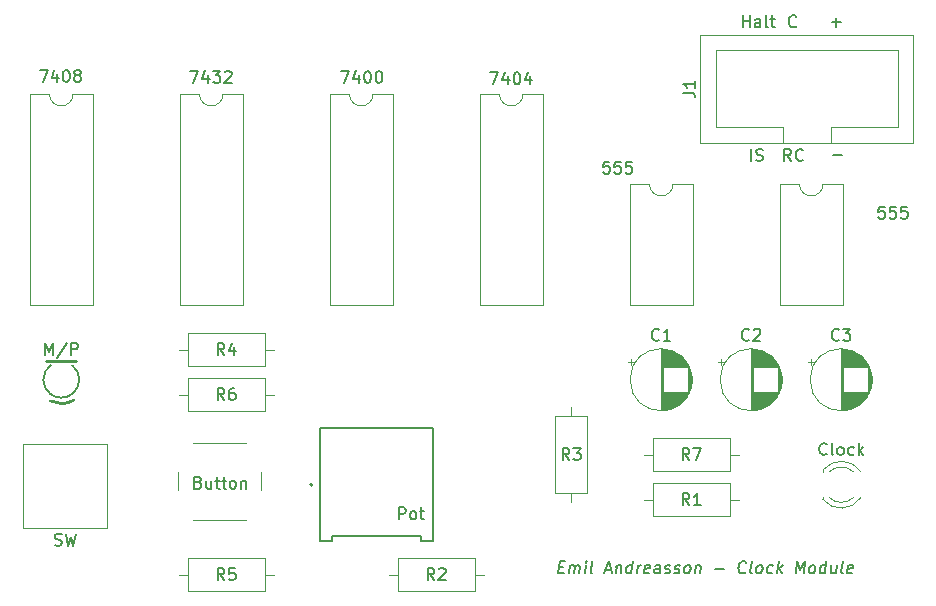
<source format=gto>
G04 #@! TF.GenerationSoftware,KiCad,Pcbnew,(5.1.10)-1*
G04 #@! TF.CreationDate,2023-01-28T17:33:24+01:00*
G04 #@! TF.ProjectId,8-bit-computer_clock_pcb,382d6269-742d-4636-9f6d-70757465725f,rev?*
G04 #@! TF.SameCoordinates,Original*
G04 #@! TF.FileFunction,Legend,Top*
G04 #@! TF.FilePolarity,Positive*
%FSLAX46Y46*%
G04 Gerber Fmt 4.6, Leading zero omitted, Abs format (unit mm)*
G04 Created by KiCad (PCBNEW (5.1.10)-1) date 2023-01-28 17:33:24*
%MOMM*%
%LPD*%
G01*
G04 APERTURE LIST*
%ADD10C,0.150000*%
%ADD11C,0.120000*%
%ADD12C,0.254000*%
%ADD13C,0.152400*%
%ADD14C,0.127000*%
%ADD15C,0.200000*%
%ADD16C,1.700000*%
%ADD17O,1.600000X1.600000*%
%ADD18R,1.600000X1.600000*%
%ADD19C,1.600000*%
%ADD20R,1.800000X1.800000*%
%ADD21C,1.800000*%
%ADD22C,1.400000*%
%ADD23R,1.268000X1.268000*%
%ADD24C,1.268000*%
%ADD25C,2.000000*%
%ADD26C,1.524000*%
G04 APERTURE END LIST*
D10*
X178689047Y-81287928D02*
X179450952Y-81287928D01*
X178562047Y-70048428D02*
X179323952Y-70048428D01*
X178943000Y-70429380D02*
X178943000Y-69667476D01*
X175133023Y-81795880D02*
X174799690Y-81319690D01*
X174561595Y-81795880D02*
X174561595Y-80795880D01*
X174942547Y-80795880D01*
X175037785Y-80843500D01*
X175085404Y-80891119D01*
X175133023Y-80986357D01*
X175133023Y-81129214D01*
X175085404Y-81224452D01*
X175037785Y-81272071D01*
X174942547Y-81319690D01*
X174561595Y-81319690D01*
X176133023Y-81700642D02*
X176085404Y-81748261D01*
X175942547Y-81795880D01*
X175847309Y-81795880D01*
X175704452Y-81748261D01*
X175609214Y-81653023D01*
X175561595Y-81557785D01*
X175513976Y-81367309D01*
X175513976Y-81224452D01*
X175561595Y-81033976D01*
X175609214Y-80938738D01*
X175704452Y-80843500D01*
X175847309Y-80795880D01*
X175942547Y-80795880D01*
X176085404Y-80843500D01*
X176133023Y-80891119D01*
X175569523Y-70397642D02*
X175521904Y-70445261D01*
X175379047Y-70492880D01*
X175283809Y-70492880D01*
X175140952Y-70445261D01*
X175045714Y-70350023D01*
X174998095Y-70254785D01*
X174950476Y-70064309D01*
X174950476Y-69921452D01*
X174998095Y-69730976D01*
X175045714Y-69635738D01*
X175140952Y-69540500D01*
X175283809Y-69492880D01*
X175379047Y-69492880D01*
X175521904Y-69540500D01*
X175569523Y-69588119D01*
X171053285Y-70492880D02*
X171053285Y-69492880D01*
X171053285Y-69969071D02*
X171624714Y-69969071D01*
X171624714Y-70492880D02*
X171624714Y-69492880D01*
X172529476Y-70492880D02*
X172529476Y-69969071D01*
X172481857Y-69873833D01*
X172386619Y-69826214D01*
X172196142Y-69826214D01*
X172100904Y-69873833D01*
X172529476Y-70445261D02*
X172434238Y-70492880D01*
X172196142Y-70492880D01*
X172100904Y-70445261D01*
X172053285Y-70350023D01*
X172053285Y-70254785D01*
X172100904Y-70159547D01*
X172196142Y-70111928D01*
X172434238Y-70111928D01*
X172529476Y-70064309D01*
X173148523Y-70492880D02*
X173053285Y-70445261D01*
X173005666Y-70350023D01*
X173005666Y-69492880D01*
X173386619Y-69826214D02*
X173767571Y-69826214D01*
X173529476Y-69492880D02*
X173529476Y-70350023D01*
X173577095Y-70445261D01*
X173672333Y-70492880D01*
X173767571Y-70492880D01*
X171735809Y-81795880D02*
X171735809Y-80795880D01*
X172164380Y-81748261D02*
X172307238Y-81795880D01*
X172545333Y-81795880D01*
X172640571Y-81748261D01*
X172688190Y-81700642D01*
X172735809Y-81605404D01*
X172735809Y-81510166D01*
X172688190Y-81414928D01*
X172640571Y-81367309D01*
X172545333Y-81319690D01*
X172354857Y-81272071D01*
X172259619Y-81224452D01*
X172212000Y-81176833D01*
X172164380Y-81081595D01*
X172164380Y-80986357D01*
X172212000Y-80891119D01*
X172259619Y-80843500D01*
X172354857Y-80795880D01*
X172592952Y-80795880D01*
X172735809Y-80843500D01*
X155494419Y-116197071D02*
X155827752Y-116197071D01*
X155905133Y-116720880D02*
X155428943Y-116720880D01*
X155553943Y-115720880D01*
X156030133Y-115720880D01*
X156333705Y-116720880D02*
X156417038Y-116054214D01*
X156405133Y-116149452D02*
X156458705Y-116101833D01*
X156559895Y-116054214D01*
X156702752Y-116054214D01*
X156792038Y-116101833D01*
X156827752Y-116197071D01*
X156762276Y-116720880D01*
X156827752Y-116197071D02*
X156887276Y-116101833D01*
X156988467Y-116054214D01*
X157131324Y-116054214D01*
X157220610Y-116101833D01*
X157256324Y-116197071D01*
X157190848Y-116720880D01*
X157667038Y-116720880D02*
X157750372Y-116054214D01*
X157792038Y-115720880D02*
X157738467Y-115768500D01*
X157780133Y-115816119D01*
X157833705Y-115768500D01*
X157792038Y-115720880D01*
X157780133Y-115816119D01*
X158286086Y-116720880D02*
X158196800Y-116673261D01*
X158161086Y-116578023D01*
X158268229Y-115720880D01*
X159417038Y-116435166D02*
X159893229Y-116435166D01*
X159286086Y-116720880D02*
X159744419Y-115720880D01*
X159952752Y-116720880D01*
X160369419Y-116054214D02*
X160286086Y-116720880D01*
X160357514Y-116149452D02*
X160411086Y-116101833D01*
X160512276Y-116054214D01*
X160655133Y-116054214D01*
X160744419Y-116101833D01*
X160780133Y-116197071D01*
X160714657Y-116720880D01*
X161619419Y-116720880D02*
X161744419Y-115720880D01*
X161625372Y-116673261D02*
X161524181Y-116720880D01*
X161333705Y-116720880D01*
X161244419Y-116673261D01*
X161202752Y-116625642D01*
X161167038Y-116530404D01*
X161202752Y-116244690D01*
X161262276Y-116149452D01*
X161315848Y-116101833D01*
X161417038Y-116054214D01*
X161607514Y-116054214D01*
X161696800Y-116101833D01*
X162095610Y-116720880D02*
X162178943Y-116054214D01*
X162155133Y-116244690D02*
X162214657Y-116149452D01*
X162268229Y-116101833D01*
X162369419Y-116054214D01*
X162464657Y-116054214D01*
X163101562Y-116673261D02*
X163000372Y-116720880D01*
X162809895Y-116720880D01*
X162720610Y-116673261D01*
X162684895Y-116578023D01*
X162732514Y-116197071D01*
X162792038Y-116101833D01*
X162893229Y-116054214D01*
X163083705Y-116054214D01*
X163172991Y-116101833D01*
X163208705Y-116197071D01*
X163196800Y-116292309D01*
X162708705Y-116387547D01*
X164000372Y-116720880D02*
X164065848Y-116197071D01*
X164030133Y-116101833D01*
X163940848Y-116054214D01*
X163750372Y-116054214D01*
X163649181Y-116101833D01*
X164006324Y-116673261D02*
X163905133Y-116720880D01*
X163667038Y-116720880D01*
X163577752Y-116673261D01*
X163542038Y-116578023D01*
X163553943Y-116482785D01*
X163613467Y-116387547D01*
X163714657Y-116339928D01*
X163952752Y-116339928D01*
X164053943Y-116292309D01*
X164434895Y-116673261D02*
X164524181Y-116720880D01*
X164714657Y-116720880D01*
X164815848Y-116673261D01*
X164875372Y-116578023D01*
X164881324Y-116530404D01*
X164845610Y-116435166D01*
X164756324Y-116387547D01*
X164613467Y-116387547D01*
X164524181Y-116339928D01*
X164488467Y-116244690D01*
X164494419Y-116197071D01*
X164553943Y-116101833D01*
X164655133Y-116054214D01*
X164797991Y-116054214D01*
X164887276Y-116101833D01*
X165244419Y-116673261D02*
X165333705Y-116720880D01*
X165524181Y-116720880D01*
X165625372Y-116673261D01*
X165684895Y-116578023D01*
X165690848Y-116530404D01*
X165655133Y-116435166D01*
X165565848Y-116387547D01*
X165422991Y-116387547D01*
X165333705Y-116339928D01*
X165297991Y-116244690D01*
X165303943Y-116197071D01*
X165363467Y-116101833D01*
X165464657Y-116054214D01*
X165607514Y-116054214D01*
X165696800Y-116101833D01*
X166238467Y-116720880D02*
X166149181Y-116673261D01*
X166107514Y-116625642D01*
X166071800Y-116530404D01*
X166107514Y-116244690D01*
X166167038Y-116149452D01*
X166220610Y-116101833D01*
X166321800Y-116054214D01*
X166464657Y-116054214D01*
X166553943Y-116101833D01*
X166595610Y-116149452D01*
X166631324Y-116244690D01*
X166595610Y-116530404D01*
X166536086Y-116625642D01*
X166482514Y-116673261D01*
X166381324Y-116720880D01*
X166238467Y-116720880D01*
X167083705Y-116054214D02*
X167000372Y-116720880D01*
X167071800Y-116149452D02*
X167125372Y-116101833D01*
X167226562Y-116054214D01*
X167369419Y-116054214D01*
X167458705Y-116101833D01*
X167494419Y-116197071D01*
X167428943Y-116720880D01*
X168714657Y-116339928D02*
X169476562Y-116339928D01*
X171250372Y-116625642D02*
X171196800Y-116673261D01*
X171047991Y-116720880D01*
X170952752Y-116720880D01*
X170815848Y-116673261D01*
X170732514Y-116578023D01*
X170696800Y-116482785D01*
X170672991Y-116292309D01*
X170690848Y-116149452D01*
X170762276Y-115958976D01*
X170821800Y-115863738D01*
X170928943Y-115768500D01*
X171077752Y-115720880D01*
X171172991Y-115720880D01*
X171309895Y-115768500D01*
X171351562Y-115816119D01*
X171809895Y-116720880D02*
X171720610Y-116673261D01*
X171684895Y-116578023D01*
X171792038Y-115720880D01*
X172333705Y-116720880D02*
X172244419Y-116673261D01*
X172202752Y-116625642D01*
X172167038Y-116530404D01*
X172202752Y-116244690D01*
X172262276Y-116149452D01*
X172315848Y-116101833D01*
X172417038Y-116054214D01*
X172559895Y-116054214D01*
X172649181Y-116101833D01*
X172690848Y-116149452D01*
X172726562Y-116244690D01*
X172690848Y-116530404D01*
X172631324Y-116625642D01*
X172577752Y-116673261D01*
X172476562Y-116720880D01*
X172333705Y-116720880D01*
X173530133Y-116673261D02*
X173428943Y-116720880D01*
X173238467Y-116720880D01*
X173149181Y-116673261D01*
X173107514Y-116625642D01*
X173071800Y-116530404D01*
X173107514Y-116244690D01*
X173167038Y-116149452D01*
X173220610Y-116101833D01*
X173321800Y-116054214D01*
X173512276Y-116054214D01*
X173601562Y-116101833D01*
X173952752Y-116720880D02*
X174077752Y-115720880D01*
X174095610Y-116339928D02*
X174333705Y-116720880D01*
X174417038Y-116054214D02*
X173988467Y-116435166D01*
X175524181Y-116720880D02*
X175649181Y-115720880D01*
X175893229Y-116435166D01*
X176315848Y-115720880D01*
X176190848Y-116720880D01*
X176809895Y-116720880D02*
X176720610Y-116673261D01*
X176678943Y-116625642D01*
X176643229Y-116530404D01*
X176678943Y-116244690D01*
X176738467Y-116149452D01*
X176792038Y-116101833D01*
X176893229Y-116054214D01*
X177036086Y-116054214D01*
X177125372Y-116101833D01*
X177167038Y-116149452D01*
X177202752Y-116244690D01*
X177167038Y-116530404D01*
X177107514Y-116625642D01*
X177053943Y-116673261D01*
X176952752Y-116720880D01*
X176809895Y-116720880D01*
X178000372Y-116720880D02*
X178125372Y-115720880D01*
X178006324Y-116673261D02*
X177905133Y-116720880D01*
X177714657Y-116720880D01*
X177625372Y-116673261D01*
X177583705Y-116625642D01*
X177547991Y-116530404D01*
X177583705Y-116244690D01*
X177643229Y-116149452D01*
X177696800Y-116101833D01*
X177797991Y-116054214D01*
X177988467Y-116054214D01*
X178077752Y-116101833D01*
X178988467Y-116054214D02*
X178905133Y-116720880D01*
X178559895Y-116054214D02*
X178494419Y-116578023D01*
X178530133Y-116673261D01*
X178619419Y-116720880D01*
X178762276Y-116720880D01*
X178863467Y-116673261D01*
X178917038Y-116625642D01*
X179524181Y-116720880D02*
X179434895Y-116673261D01*
X179399181Y-116578023D01*
X179506324Y-115720880D01*
X180292038Y-116673261D02*
X180190848Y-116720880D01*
X180000372Y-116720880D01*
X179911086Y-116673261D01*
X179875372Y-116578023D01*
X179922991Y-116197071D01*
X179982514Y-116101833D01*
X180083705Y-116054214D01*
X180274181Y-116054214D01*
X180363467Y-116101833D01*
X180399181Y-116197071D01*
X180387276Y-116292309D01*
X179899181Y-116387547D01*
D11*
X178516500Y-78942000D02*
X178516500Y-80252000D01*
X178516500Y-78942000D02*
X178516500Y-78942000D01*
X184186500Y-78942000D02*
X178516500Y-78942000D01*
X184186500Y-72442000D02*
X184186500Y-78942000D01*
X168746500Y-72442000D02*
X184186500Y-72442000D01*
X168746500Y-78942000D02*
X168746500Y-72442000D01*
X174416500Y-78942000D02*
X168746500Y-78942000D01*
X174416500Y-80252000D02*
X174416500Y-78942000D01*
X185486500Y-80252000D02*
X167446500Y-80252000D01*
X185486500Y-71132000D02*
X185486500Y-80252000D01*
X167446500Y-71132000D02*
X185486500Y-71132000D01*
X167446500Y-80252000D02*
X167446500Y-71132000D01*
X179497500Y-83760000D02*
X177847500Y-83760000D01*
X179497500Y-94040000D02*
X179497500Y-83760000D01*
X174197500Y-94040000D02*
X179497500Y-94040000D01*
X174197500Y-83760000D02*
X174197500Y-94040000D01*
X175847500Y-83760000D02*
X174197500Y-83760000D01*
X177847500Y-83760000D02*
G75*
G02*
X175847500Y-83760000I-1000000J0D01*
G01*
X161572725Y-98605000D02*
X161572725Y-99105000D01*
X161322725Y-98855000D02*
X161822725Y-98855000D01*
X166728500Y-100046000D02*
X166728500Y-100614000D01*
X166688500Y-99812000D02*
X166688500Y-100848000D01*
X166648500Y-99653000D02*
X166648500Y-101007000D01*
X166608500Y-99525000D02*
X166608500Y-101135000D01*
X166568500Y-99415000D02*
X166568500Y-101245000D01*
X166528500Y-99319000D02*
X166528500Y-101341000D01*
X166488500Y-99232000D02*
X166488500Y-101428000D01*
X166448500Y-99152000D02*
X166448500Y-101508000D01*
X166408500Y-101370000D02*
X166408500Y-101581000D01*
X166408500Y-99079000D02*
X166408500Y-99290000D01*
X166368500Y-101370000D02*
X166368500Y-101649000D01*
X166368500Y-99011000D02*
X166368500Y-99290000D01*
X166328500Y-101370000D02*
X166328500Y-101713000D01*
X166328500Y-98947000D02*
X166328500Y-99290000D01*
X166288500Y-101370000D02*
X166288500Y-101773000D01*
X166288500Y-98887000D02*
X166288500Y-99290000D01*
X166248500Y-101370000D02*
X166248500Y-101830000D01*
X166248500Y-98830000D02*
X166248500Y-99290000D01*
X166208500Y-101370000D02*
X166208500Y-101884000D01*
X166208500Y-98776000D02*
X166208500Y-99290000D01*
X166168500Y-101370000D02*
X166168500Y-101935000D01*
X166168500Y-98725000D02*
X166168500Y-99290000D01*
X166128500Y-101370000D02*
X166128500Y-101983000D01*
X166128500Y-98677000D02*
X166128500Y-99290000D01*
X166088500Y-101370000D02*
X166088500Y-102029000D01*
X166088500Y-98631000D02*
X166088500Y-99290000D01*
X166048500Y-101370000D02*
X166048500Y-102073000D01*
X166048500Y-98587000D02*
X166048500Y-99290000D01*
X166008500Y-101370000D02*
X166008500Y-102115000D01*
X166008500Y-98545000D02*
X166008500Y-99290000D01*
X165968500Y-101370000D02*
X165968500Y-102156000D01*
X165968500Y-98504000D02*
X165968500Y-99290000D01*
X165928500Y-101370000D02*
X165928500Y-102194000D01*
X165928500Y-98466000D02*
X165928500Y-99290000D01*
X165888500Y-101370000D02*
X165888500Y-102231000D01*
X165888500Y-98429000D02*
X165888500Y-99290000D01*
X165848500Y-101370000D02*
X165848500Y-102267000D01*
X165848500Y-98393000D02*
X165848500Y-99290000D01*
X165808500Y-101370000D02*
X165808500Y-102301000D01*
X165808500Y-98359000D02*
X165808500Y-99290000D01*
X165768500Y-101370000D02*
X165768500Y-102334000D01*
X165768500Y-98326000D02*
X165768500Y-99290000D01*
X165728500Y-101370000D02*
X165728500Y-102365000D01*
X165728500Y-98295000D02*
X165728500Y-99290000D01*
X165688500Y-101370000D02*
X165688500Y-102395000D01*
X165688500Y-98265000D02*
X165688500Y-99290000D01*
X165648500Y-101370000D02*
X165648500Y-102425000D01*
X165648500Y-98235000D02*
X165648500Y-99290000D01*
X165608500Y-101370000D02*
X165608500Y-102452000D01*
X165608500Y-98208000D02*
X165608500Y-99290000D01*
X165568500Y-101370000D02*
X165568500Y-102479000D01*
X165568500Y-98181000D02*
X165568500Y-99290000D01*
X165528500Y-101370000D02*
X165528500Y-102505000D01*
X165528500Y-98155000D02*
X165528500Y-99290000D01*
X165488500Y-101370000D02*
X165488500Y-102530000D01*
X165488500Y-98130000D02*
X165488500Y-99290000D01*
X165448500Y-101370000D02*
X165448500Y-102554000D01*
X165448500Y-98106000D02*
X165448500Y-99290000D01*
X165408500Y-101370000D02*
X165408500Y-102577000D01*
X165408500Y-98083000D02*
X165408500Y-99290000D01*
X165368500Y-101370000D02*
X165368500Y-102598000D01*
X165368500Y-98062000D02*
X165368500Y-99290000D01*
X165328500Y-101370000D02*
X165328500Y-102620000D01*
X165328500Y-98040000D02*
X165328500Y-99290000D01*
X165288500Y-101370000D02*
X165288500Y-102640000D01*
X165288500Y-98020000D02*
X165288500Y-99290000D01*
X165248500Y-101370000D02*
X165248500Y-102659000D01*
X165248500Y-98001000D02*
X165248500Y-99290000D01*
X165208500Y-101370000D02*
X165208500Y-102678000D01*
X165208500Y-97982000D02*
X165208500Y-99290000D01*
X165168500Y-101370000D02*
X165168500Y-102695000D01*
X165168500Y-97965000D02*
X165168500Y-99290000D01*
X165128500Y-101370000D02*
X165128500Y-102712000D01*
X165128500Y-97948000D02*
X165128500Y-99290000D01*
X165088500Y-101370000D02*
X165088500Y-102728000D01*
X165088500Y-97932000D02*
X165088500Y-99290000D01*
X165048500Y-101370000D02*
X165048500Y-102744000D01*
X165048500Y-97916000D02*
X165048500Y-99290000D01*
X165008500Y-101370000D02*
X165008500Y-102758000D01*
X165008500Y-97902000D02*
X165008500Y-99290000D01*
X164968500Y-101370000D02*
X164968500Y-102772000D01*
X164968500Y-97888000D02*
X164968500Y-99290000D01*
X164928500Y-101370000D02*
X164928500Y-102785000D01*
X164928500Y-97875000D02*
X164928500Y-99290000D01*
X164888500Y-101370000D02*
X164888500Y-102798000D01*
X164888500Y-97862000D02*
X164888500Y-99290000D01*
X164848500Y-101370000D02*
X164848500Y-102810000D01*
X164848500Y-97850000D02*
X164848500Y-99290000D01*
X164807500Y-101370000D02*
X164807500Y-102821000D01*
X164807500Y-97839000D02*
X164807500Y-99290000D01*
X164767500Y-101370000D02*
X164767500Y-102831000D01*
X164767500Y-97829000D02*
X164767500Y-99290000D01*
X164727500Y-101370000D02*
X164727500Y-102841000D01*
X164727500Y-97819000D02*
X164727500Y-99290000D01*
X164687500Y-101370000D02*
X164687500Y-102850000D01*
X164687500Y-97810000D02*
X164687500Y-99290000D01*
X164647500Y-101370000D02*
X164647500Y-102858000D01*
X164647500Y-97802000D02*
X164647500Y-99290000D01*
X164607500Y-101370000D02*
X164607500Y-102866000D01*
X164607500Y-97794000D02*
X164607500Y-99290000D01*
X164567500Y-101370000D02*
X164567500Y-102873000D01*
X164567500Y-97787000D02*
X164567500Y-99290000D01*
X164527500Y-101370000D02*
X164527500Y-102880000D01*
X164527500Y-97780000D02*
X164527500Y-99290000D01*
X164487500Y-101370000D02*
X164487500Y-102886000D01*
X164487500Y-97774000D02*
X164487500Y-99290000D01*
X164447500Y-101370000D02*
X164447500Y-102891000D01*
X164447500Y-97769000D02*
X164447500Y-99290000D01*
X164407500Y-101370000D02*
X164407500Y-102895000D01*
X164407500Y-97765000D02*
X164407500Y-99290000D01*
X164367500Y-101370000D02*
X164367500Y-102899000D01*
X164367500Y-97761000D02*
X164367500Y-99290000D01*
X164327500Y-97757000D02*
X164327500Y-102903000D01*
X164287500Y-97754000D02*
X164287500Y-102906000D01*
X164247500Y-97752000D02*
X164247500Y-102908000D01*
X164207500Y-97751000D02*
X164207500Y-102909000D01*
X164167500Y-97750000D02*
X164167500Y-102910000D01*
X164127500Y-97750000D02*
X164127500Y-102910000D01*
X166747500Y-100330000D02*
G75*
G03*
X166747500Y-100330000I-2620000J0D01*
G01*
X174367500Y-100330000D02*
G75*
G03*
X174367500Y-100330000I-2620000J0D01*
G01*
X171747500Y-97750000D02*
X171747500Y-102910000D01*
X171787500Y-97750000D02*
X171787500Y-102910000D01*
X171827500Y-97751000D02*
X171827500Y-102909000D01*
X171867500Y-97752000D02*
X171867500Y-102908000D01*
X171907500Y-97754000D02*
X171907500Y-102906000D01*
X171947500Y-97757000D02*
X171947500Y-102903000D01*
X171987500Y-97761000D02*
X171987500Y-99290000D01*
X171987500Y-101370000D02*
X171987500Y-102899000D01*
X172027500Y-97765000D02*
X172027500Y-99290000D01*
X172027500Y-101370000D02*
X172027500Y-102895000D01*
X172067500Y-97769000D02*
X172067500Y-99290000D01*
X172067500Y-101370000D02*
X172067500Y-102891000D01*
X172107500Y-97774000D02*
X172107500Y-99290000D01*
X172107500Y-101370000D02*
X172107500Y-102886000D01*
X172147500Y-97780000D02*
X172147500Y-99290000D01*
X172147500Y-101370000D02*
X172147500Y-102880000D01*
X172187500Y-97787000D02*
X172187500Y-99290000D01*
X172187500Y-101370000D02*
X172187500Y-102873000D01*
X172227500Y-97794000D02*
X172227500Y-99290000D01*
X172227500Y-101370000D02*
X172227500Y-102866000D01*
X172267500Y-97802000D02*
X172267500Y-99290000D01*
X172267500Y-101370000D02*
X172267500Y-102858000D01*
X172307500Y-97810000D02*
X172307500Y-99290000D01*
X172307500Y-101370000D02*
X172307500Y-102850000D01*
X172347500Y-97819000D02*
X172347500Y-99290000D01*
X172347500Y-101370000D02*
X172347500Y-102841000D01*
X172387500Y-97829000D02*
X172387500Y-99290000D01*
X172387500Y-101370000D02*
X172387500Y-102831000D01*
X172427500Y-97839000D02*
X172427500Y-99290000D01*
X172427500Y-101370000D02*
X172427500Y-102821000D01*
X172468500Y-97850000D02*
X172468500Y-99290000D01*
X172468500Y-101370000D02*
X172468500Y-102810000D01*
X172508500Y-97862000D02*
X172508500Y-99290000D01*
X172508500Y-101370000D02*
X172508500Y-102798000D01*
X172548500Y-97875000D02*
X172548500Y-99290000D01*
X172548500Y-101370000D02*
X172548500Y-102785000D01*
X172588500Y-97888000D02*
X172588500Y-99290000D01*
X172588500Y-101370000D02*
X172588500Y-102772000D01*
X172628500Y-97902000D02*
X172628500Y-99290000D01*
X172628500Y-101370000D02*
X172628500Y-102758000D01*
X172668500Y-97916000D02*
X172668500Y-99290000D01*
X172668500Y-101370000D02*
X172668500Y-102744000D01*
X172708500Y-97932000D02*
X172708500Y-99290000D01*
X172708500Y-101370000D02*
X172708500Y-102728000D01*
X172748500Y-97948000D02*
X172748500Y-99290000D01*
X172748500Y-101370000D02*
X172748500Y-102712000D01*
X172788500Y-97965000D02*
X172788500Y-99290000D01*
X172788500Y-101370000D02*
X172788500Y-102695000D01*
X172828500Y-97982000D02*
X172828500Y-99290000D01*
X172828500Y-101370000D02*
X172828500Y-102678000D01*
X172868500Y-98001000D02*
X172868500Y-99290000D01*
X172868500Y-101370000D02*
X172868500Y-102659000D01*
X172908500Y-98020000D02*
X172908500Y-99290000D01*
X172908500Y-101370000D02*
X172908500Y-102640000D01*
X172948500Y-98040000D02*
X172948500Y-99290000D01*
X172948500Y-101370000D02*
X172948500Y-102620000D01*
X172988500Y-98062000D02*
X172988500Y-99290000D01*
X172988500Y-101370000D02*
X172988500Y-102598000D01*
X173028500Y-98083000D02*
X173028500Y-99290000D01*
X173028500Y-101370000D02*
X173028500Y-102577000D01*
X173068500Y-98106000D02*
X173068500Y-99290000D01*
X173068500Y-101370000D02*
X173068500Y-102554000D01*
X173108500Y-98130000D02*
X173108500Y-99290000D01*
X173108500Y-101370000D02*
X173108500Y-102530000D01*
X173148500Y-98155000D02*
X173148500Y-99290000D01*
X173148500Y-101370000D02*
X173148500Y-102505000D01*
X173188500Y-98181000D02*
X173188500Y-99290000D01*
X173188500Y-101370000D02*
X173188500Y-102479000D01*
X173228500Y-98208000D02*
X173228500Y-99290000D01*
X173228500Y-101370000D02*
X173228500Y-102452000D01*
X173268500Y-98235000D02*
X173268500Y-99290000D01*
X173268500Y-101370000D02*
X173268500Y-102425000D01*
X173308500Y-98265000D02*
X173308500Y-99290000D01*
X173308500Y-101370000D02*
X173308500Y-102395000D01*
X173348500Y-98295000D02*
X173348500Y-99290000D01*
X173348500Y-101370000D02*
X173348500Y-102365000D01*
X173388500Y-98326000D02*
X173388500Y-99290000D01*
X173388500Y-101370000D02*
X173388500Y-102334000D01*
X173428500Y-98359000D02*
X173428500Y-99290000D01*
X173428500Y-101370000D02*
X173428500Y-102301000D01*
X173468500Y-98393000D02*
X173468500Y-99290000D01*
X173468500Y-101370000D02*
X173468500Y-102267000D01*
X173508500Y-98429000D02*
X173508500Y-99290000D01*
X173508500Y-101370000D02*
X173508500Y-102231000D01*
X173548500Y-98466000D02*
X173548500Y-99290000D01*
X173548500Y-101370000D02*
X173548500Y-102194000D01*
X173588500Y-98504000D02*
X173588500Y-99290000D01*
X173588500Y-101370000D02*
X173588500Y-102156000D01*
X173628500Y-98545000D02*
X173628500Y-99290000D01*
X173628500Y-101370000D02*
X173628500Y-102115000D01*
X173668500Y-98587000D02*
X173668500Y-99290000D01*
X173668500Y-101370000D02*
X173668500Y-102073000D01*
X173708500Y-98631000D02*
X173708500Y-99290000D01*
X173708500Y-101370000D02*
X173708500Y-102029000D01*
X173748500Y-98677000D02*
X173748500Y-99290000D01*
X173748500Y-101370000D02*
X173748500Y-101983000D01*
X173788500Y-98725000D02*
X173788500Y-99290000D01*
X173788500Y-101370000D02*
X173788500Y-101935000D01*
X173828500Y-98776000D02*
X173828500Y-99290000D01*
X173828500Y-101370000D02*
X173828500Y-101884000D01*
X173868500Y-98830000D02*
X173868500Y-99290000D01*
X173868500Y-101370000D02*
X173868500Y-101830000D01*
X173908500Y-98887000D02*
X173908500Y-99290000D01*
X173908500Y-101370000D02*
X173908500Y-101773000D01*
X173948500Y-98947000D02*
X173948500Y-99290000D01*
X173948500Y-101370000D02*
X173948500Y-101713000D01*
X173988500Y-99011000D02*
X173988500Y-99290000D01*
X173988500Y-101370000D02*
X173988500Y-101649000D01*
X174028500Y-99079000D02*
X174028500Y-99290000D01*
X174028500Y-101370000D02*
X174028500Y-101581000D01*
X174068500Y-99152000D02*
X174068500Y-101508000D01*
X174108500Y-99232000D02*
X174108500Y-101428000D01*
X174148500Y-99319000D02*
X174148500Y-101341000D01*
X174188500Y-99415000D02*
X174188500Y-101245000D01*
X174228500Y-99525000D02*
X174228500Y-101135000D01*
X174268500Y-99653000D02*
X174268500Y-101007000D01*
X174308500Y-99812000D02*
X174308500Y-100848000D01*
X174348500Y-100046000D02*
X174348500Y-100614000D01*
X168942725Y-98855000D02*
X169442725Y-98855000D01*
X169192725Y-98605000D02*
X169192725Y-99105000D01*
X181987500Y-100330000D02*
G75*
G03*
X181987500Y-100330000I-2620000J0D01*
G01*
X179367500Y-97750000D02*
X179367500Y-102910000D01*
X179407500Y-97750000D02*
X179407500Y-102910000D01*
X179447500Y-97751000D02*
X179447500Y-102909000D01*
X179487500Y-97752000D02*
X179487500Y-102908000D01*
X179527500Y-97754000D02*
X179527500Y-102906000D01*
X179567500Y-97757000D02*
X179567500Y-102903000D01*
X179607500Y-97761000D02*
X179607500Y-99290000D01*
X179607500Y-101370000D02*
X179607500Y-102899000D01*
X179647500Y-97765000D02*
X179647500Y-99290000D01*
X179647500Y-101370000D02*
X179647500Y-102895000D01*
X179687500Y-97769000D02*
X179687500Y-99290000D01*
X179687500Y-101370000D02*
X179687500Y-102891000D01*
X179727500Y-97774000D02*
X179727500Y-99290000D01*
X179727500Y-101370000D02*
X179727500Y-102886000D01*
X179767500Y-97780000D02*
X179767500Y-99290000D01*
X179767500Y-101370000D02*
X179767500Y-102880000D01*
X179807500Y-97787000D02*
X179807500Y-99290000D01*
X179807500Y-101370000D02*
X179807500Y-102873000D01*
X179847500Y-97794000D02*
X179847500Y-99290000D01*
X179847500Y-101370000D02*
X179847500Y-102866000D01*
X179887500Y-97802000D02*
X179887500Y-99290000D01*
X179887500Y-101370000D02*
X179887500Y-102858000D01*
X179927500Y-97810000D02*
X179927500Y-99290000D01*
X179927500Y-101370000D02*
X179927500Y-102850000D01*
X179967500Y-97819000D02*
X179967500Y-99290000D01*
X179967500Y-101370000D02*
X179967500Y-102841000D01*
X180007500Y-97829000D02*
X180007500Y-99290000D01*
X180007500Y-101370000D02*
X180007500Y-102831000D01*
X180047500Y-97839000D02*
X180047500Y-99290000D01*
X180047500Y-101370000D02*
X180047500Y-102821000D01*
X180088500Y-97850000D02*
X180088500Y-99290000D01*
X180088500Y-101370000D02*
X180088500Y-102810000D01*
X180128500Y-97862000D02*
X180128500Y-99290000D01*
X180128500Y-101370000D02*
X180128500Y-102798000D01*
X180168500Y-97875000D02*
X180168500Y-99290000D01*
X180168500Y-101370000D02*
X180168500Y-102785000D01*
X180208500Y-97888000D02*
X180208500Y-99290000D01*
X180208500Y-101370000D02*
X180208500Y-102772000D01*
X180248500Y-97902000D02*
X180248500Y-99290000D01*
X180248500Y-101370000D02*
X180248500Y-102758000D01*
X180288500Y-97916000D02*
X180288500Y-99290000D01*
X180288500Y-101370000D02*
X180288500Y-102744000D01*
X180328500Y-97932000D02*
X180328500Y-99290000D01*
X180328500Y-101370000D02*
X180328500Y-102728000D01*
X180368500Y-97948000D02*
X180368500Y-99290000D01*
X180368500Y-101370000D02*
X180368500Y-102712000D01*
X180408500Y-97965000D02*
X180408500Y-99290000D01*
X180408500Y-101370000D02*
X180408500Y-102695000D01*
X180448500Y-97982000D02*
X180448500Y-99290000D01*
X180448500Y-101370000D02*
X180448500Y-102678000D01*
X180488500Y-98001000D02*
X180488500Y-99290000D01*
X180488500Y-101370000D02*
X180488500Y-102659000D01*
X180528500Y-98020000D02*
X180528500Y-99290000D01*
X180528500Y-101370000D02*
X180528500Y-102640000D01*
X180568500Y-98040000D02*
X180568500Y-99290000D01*
X180568500Y-101370000D02*
X180568500Y-102620000D01*
X180608500Y-98062000D02*
X180608500Y-99290000D01*
X180608500Y-101370000D02*
X180608500Y-102598000D01*
X180648500Y-98083000D02*
X180648500Y-99290000D01*
X180648500Y-101370000D02*
X180648500Y-102577000D01*
X180688500Y-98106000D02*
X180688500Y-99290000D01*
X180688500Y-101370000D02*
X180688500Y-102554000D01*
X180728500Y-98130000D02*
X180728500Y-99290000D01*
X180728500Y-101370000D02*
X180728500Y-102530000D01*
X180768500Y-98155000D02*
X180768500Y-99290000D01*
X180768500Y-101370000D02*
X180768500Y-102505000D01*
X180808500Y-98181000D02*
X180808500Y-99290000D01*
X180808500Y-101370000D02*
X180808500Y-102479000D01*
X180848500Y-98208000D02*
X180848500Y-99290000D01*
X180848500Y-101370000D02*
X180848500Y-102452000D01*
X180888500Y-98235000D02*
X180888500Y-99290000D01*
X180888500Y-101370000D02*
X180888500Y-102425000D01*
X180928500Y-98265000D02*
X180928500Y-99290000D01*
X180928500Y-101370000D02*
X180928500Y-102395000D01*
X180968500Y-98295000D02*
X180968500Y-99290000D01*
X180968500Y-101370000D02*
X180968500Y-102365000D01*
X181008500Y-98326000D02*
X181008500Y-99290000D01*
X181008500Y-101370000D02*
X181008500Y-102334000D01*
X181048500Y-98359000D02*
X181048500Y-99290000D01*
X181048500Y-101370000D02*
X181048500Y-102301000D01*
X181088500Y-98393000D02*
X181088500Y-99290000D01*
X181088500Y-101370000D02*
X181088500Y-102267000D01*
X181128500Y-98429000D02*
X181128500Y-99290000D01*
X181128500Y-101370000D02*
X181128500Y-102231000D01*
X181168500Y-98466000D02*
X181168500Y-99290000D01*
X181168500Y-101370000D02*
X181168500Y-102194000D01*
X181208500Y-98504000D02*
X181208500Y-99290000D01*
X181208500Y-101370000D02*
X181208500Y-102156000D01*
X181248500Y-98545000D02*
X181248500Y-99290000D01*
X181248500Y-101370000D02*
X181248500Y-102115000D01*
X181288500Y-98587000D02*
X181288500Y-99290000D01*
X181288500Y-101370000D02*
X181288500Y-102073000D01*
X181328500Y-98631000D02*
X181328500Y-99290000D01*
X181328500Y-101370000D02*
X181328500Y-102029000D01*
X181368500Y-98677000D02*
X181368500Y-99290000D01*
X181368500Y-101370000D02*
X181368500Y-101983000D01*
X181408500Y-98725000D02*
X181408500Y-99290000D01*
X181408500Y-101370000D02*
X181408500Y-101935000D01*
X181448500Y-98776000D02*
X181448500Y-99290000D01*
X181448500Y-101370000D02*
X181448500Y-101884000D01*
X181488500Y-98830000D02*
X181488500Y-99290000D01*
X181488500Y-101370000D02*
X181488500Y-101830000D01*
X181528500Y-98887000D02*
X181528500Y-99290000D01*
X181528500Y-101370000D02*
X181528500Y-101773000D01*
X181568500Y-98947000D02*
X181568500Y-99290000D01*
X181568500Y-101370000D02*
X181568500Y-101713000D01*
X181608500Y-99011000D02*
X181608500Y-99290000D01*
X181608500Y-101370000D02*
X181608500Y-101649000D01*
X181648500Y-99079000D02*
X181648500Y-99290000D01*
X181648500Y-101370000D02*
X181648500Y-101581000D01*
X181688500Y-99152000D02*
X181688500Y-101508000D01*
X181728500Y-99232000D02*
X181728500Y-101428000D01*
X181768500Y-99319000D02*
X181768500Y-101341000D01*
X181808500Y-99415000D02*
X181808500Y-101245000D01*
X181848500Y-99525000D02*
X181848500Y-101135000D01*
X181888500Y-99653000D02*
X181888500Y-101007000D01*
X181928500Y-99812000D02*
X181928500Y-100848000D01*
X181968500Y-100046000D02*
X181968500Y-100614000D01*
X176562725Y-98855000D02*
X177062725Y-98855000D01*
X176812725Y-98605000D02*
X176812725Y-99105000D01*
X177827500Y-107984000D02*
X177827500Y-108140000D01*
X177827500Y-110300000D02*
X177827500Y-110456000D01*
X181059835Y-108141392D02*
G75*
G03*
X177827500Y-107984484I-1672335J-1078608D01*
G01*
X181059835Y-110298608D02*
G75*
G02*
X177827500Y-110455516I-1672335J1078608D01*
G01*
X180428630Y-108140163D02*
G75*
G03*
X178346539Y-108140000I-1041130J-1079837D01*
G01*
X180428630Y-110299837D02*
G75*
G02*
X178346539Y-110300000I-1041130J1079837D01*
G01*
D12*
X114617500Y-98755200D02*
X112077500Y-98755200D01*
D13*
X113347500Y-101854000D02*
G75*
G02*
X112371900Y-101500800I-32J1523901D01*
G01*
X113347500Y-101854000D02*
G75*
G03*
X114360000Y-101469100I139J1523801D01*
G01*
X111823500Y-100330000D02*
G75*
G02*
X112461700Y-99089900I1524001J-35D01*
G01*
X112433100Y-101549200D02*
G75*
G02*
X111823500Y-100330000I914400J1219200D01*
G01*
X114871500Y-100330000D02*
G75*
G03*
X114283100Y-99127000I-1523899J41D01*
G01*
X114283100Y-101533000D02*
G75*
G03*
X114871500Y-100330000I-935499J1202959D01*
G01*
D12*
X113347500Y-102362000D02*
G75*
G02*
X112384100Y-102119100I3J2032000D01*
G01*
X113347500Y-102362000D02*
G75*
G03*
X114412500Y-102060600I111J2031901D01*
G01*
D11*
X169957500Y-108050000D02*
X169957500Y-105310000D01*
X169957500Y-105310000D02*
X163417500Y-105310000D01*
X163417500Y-105310000D02*
X163417500Y-108050000D01*
X163417500Y-108050000D02*
X169957500Y-108050000D01*
X170727500Y-106680000D02*
X169957500Y-106680000D01*
X162647500Y-106680000D02*
X163417500Y-106680000D01*
X141827500Y-115470000D02*
X141827500Y-118210000D01*
X141827500Y-118210000D02*
X148367500Y-118210000D01*
X148367500Y-118210000D02*
X148367500Y-115470000D01*
X148367500Y-115470000D02*
X141827500Y-115470000D01*
X141057500Y-116840000D02*
X141827500Y-116840000D01*
X149137500Y-116840000D02*
X148367500Y-116840000D01*
X155157500Y-109950000D02*
X157897500Y-109950000D01*
X157897500Y-109950000D02*
X157897500Y-103410000D01*
X157897500Y-103410000D02*
X155157500Y-103410000D01*
X155157500Y-103410000D02*
X155157500Y-109950000D01*
X156527500Y-110720000D02*
X156527500Y-109950000D01*
X156527500Y-102640000D02*
X156527500Y-103410000D01*
X124047500Y-96420000D02*
X124047500Y-99160000D01*
X124047500Y-99160000D02*
X130587500Y-99160000D01*
X130587500Y-99160000D02*
X130587500Y-96420000D01*
X130587500Y-96420000D02*
X124047500Y-96420000D01*
X123277500Y-97790000D02*
X124047500Y-97790000D01*
X131357500Y-97790000D02*
X130587500Y-97790000D01*
X131357500Y-116840000D02*
X130587500Y-116840000D01*
X123277500Y-116840000D02*
X124047500Y-116840000D01*
X130587500Y-115470000D02*
X124047500Y-115470000D01*
X130587500Y-118210000D02*
X130587500Y-115470000D01*
X124047500Y-118210000D02*
X130587500Y-118210000D01*
X124047500Y-115470000D02*
X124047500Y-118210000D01*
X123277500Y-101600000D02*
X124047500Y-101600000D01*
X131357500Y-101600000D02*
X130587500Y-101600000D01*
X124047500Y-102970000D02*
X130587500Y-102970000D01*
X124047500Y-100230000D02*
X124047500Y-102970000D01*
X130587500Y-100230000D02*
X124047500Y-100230000D01*
X130587500Y-102970000D02*
X130587500Y-100230000D01*
X170727500Y-110490000D02*
X169957500Y-110490000D01*
X162647500Y-110490000D02*
X163417500Y-110490000D01*
X169957500Y-109120000D02*
X163417500Y-109120000D01*
X169957500Y-111860000D02*
X169957500Y-109120000D01*
X163417500Y-111860000D02*
X169957500Y-111860000D01*
X163417500Y-109120000D02*
X163417500Y-111860000D01*
D14*
X144782500Y-104455000D02*
X144782500Y-113985000D01*
X144782500Y-113985000D02*
X143782500Y-113985000D01*
X143782500Y-113985000D02*
X143782500Y-113605000D01*
X143782500Y-113605000D02*
X136252500Y-113605000D01*
X136252500Y-113605000D02*
X136252500Y-113985000D01*
X136252500Y-113985000D02*
X135252500Y-113985000D01*
X135252500Y-113985000D02*
X135252500Y-104455000D01*
X135252500Y-104455000D02*
X144782500Y-104455000D01*
D15*
X134602500Y-109235000D02*
G75*
G03*
X134602500Y-109235000I-100000J0D01*
G01*
D11*
X124507500Y-112180000D02*
X129007500Y-112180000D01*
X123257500Y-108180000D02*
X123257500Y-109680000D01*
X129007500Y-105680000D02*
X124507500Y-105680000D01*
X130257500Y-109680000D02*
X130257500Y-108180000D01*
X163147500Y-83760000D02*
X161497500Y-83760000D01*
X161497500Y-83760000D02*
X161497500Y-94040000D01*
X161497500Y-94040000D02*
X166797500Y-94040000D01*
X166797500Y-94040000D02*
X166797500Y-83760000D01*
X166797500Y-83760000D02*
X165147500Y-83760000D01*
X165147500Y-83760000D02*
G75*
G02*
X163147500Y-83760000I-1000000J0D01*
G01*
X115997500Y-76140000D02*
X114347500Y-76140000D01*
X115997500Y-94040000D02*
X115997500Y-76140000D01*
X110697500Y-94040000D02*
X115997500Y-94040000D01*
X110697500Y-76140000D02*
X110697500Y-94040000D01*
X112347500Y-76140000D02*
X110697500Y-76140000D01*
X114347500Y-76140000D02*
G75*
G02*
X112347500Y-76140000I-1000000J0D01*
G01*
X128697500Y-76140000D02*
X127047500Y-76140000D01*
X128697500Y-94040000D02*
X128697500Y-76140000D01*
X123397500Y-94040000D02*
X128697500Y-94040000D01*
X123397500Y-76140000D02*
X123397500Y-94040000D01*
X125047500Y-76140000D02*
X123397500Y-76140000D01*
X127047500Y-76140000D02*
G75*
G02*
X125047500Y-76140000I-1000000J0D01*
G01*
X137747500Y-76140000D02*
X136097500Y-76140000D01*
X136097500Y-76140000D02*
X136097500Y-94040000D01*
X136097500Y-94040000D02*
X141397500Y-94040000D01*
X141397500Y-94040000D02*
X141397500Y-76140000D01*
X141397500Y-76140000D02*
X139747500Y-76140000D01*
X139747500Y-76140000D02*
G75*
G02*
X137747500Y-76140000I-1000000J0D01*
G01*
X150447500Y-76140000D02*
X148797500Y-76140000D01*
X148797500Y-76140000D02*
X148797500Y-94040000D01*
X148797500Y-94040000D02*
X154097500Y-94040000D01*
X154097500Y-94040000D02*
X154097500Y-76140000D01*
X154097500Y-76140000D02*
X152447500Y-76140000D01*
X152447500Y-76140000D02*
G75*
G02*
X150447500Y-76140000I-1000000J0D01*
G01*
X117221000Y-112903000D02*
X110109000Y-112903000D01*
X110109000Y-112903000D02*
X110109000Y-105791000D01*
X110109000Y-105791000D02*
X117221000Y-105791000D01*
X117221000Y-105791000D02*
X117221000Y-112903000D01*
D10*
X166008880Y-76025333D02*
X166723166Y-76025333D01*
X166866023Y-76072952D01*
X166961261Y-76168190D01*
X167008880Y-76311047D01*
X167008880Y-76406285D01*
X167008880Y-75025333D02*
X167008880Y-75596761D01*
X167008880Y-75311047D02*
X166008880Y-75311047D01*
X166151738Y-75406285D01*
X166246976Y-75501523D01*
X166294595Y-75596761D01*
X183054714Y-85685380D02*
X182578523Y-85685380D01*
X182530904Y-86161571D01*
X182578523Y-86113952D01*
X182673761Y-86066333D01*
X182911857Y-86066333D01*
X183007095Y-86113952D01*
X183054714Y-86161571D01*
X183102333Y-86256809D01*
X183102333Y-86494904D01*
X183054714Y-86590142D01*
X183007095Y-86637761D01*
X182911857Y-86685380D01*
X182673761Y-86685380D01*
X182578523Y-86637761D01*
X182530904Y-86590142D01*
X184007095Y-85685380D02*
X183530904Y-85685380D01*
X183483285Y-86161571D01*
X183530904Y-86113952D01*
X183626142Y-86066333D01*
X183864238Y-86066333D01*
X183959476Y-86113952D01*
X184007095Y-86161571D01*
X184054714Y-86256809D01*
X184054714Y-86494904D01*
X184007095Y-86590142D01*
X183959476Y-86637761D01*
X183864238Y-86685380D01*
X183626142Y-86685380D01*
X183530904Y-86637761D01*
X183483285Y-86590142D01*
X184959476Y-85685380D02*
X184483285Y-85685380D01*
X184435666Y-86161571D01*
X184483285Y-86113952D01*
X184578523Y-86066333D01*
X184816619Y-86066333D01*
X184911857Y-86113952D01*
X184959476Y-86161571D01*
X185007095Y-86256809D01*
X185007095Y-86494904D01*
X184959476Y-86590142D01*
X184911857Y-86637761D01*
X184816619Y-86685380D01*
X184578523Y-86685380D01*
X184483285Y-86637761D01*
X184435666Y-86590142D01*
X163960833Y-96937142D02*
X163913214Y-96984761D01*
X163770357Y-97032380D01*
X163675119Y-97032380D01*
X163532261Y-96984761D01*
X163437023Y-96889523D01*
X163389404Y-96794285D01*
X163341785Y-96603809D01*
X163341785Y-96460952D01*
X163389404Y-96270476D01*
X163437023Y-96175238D01*
X163532261Y-96080000D01*
X163675119Y-96032380D01*
X163770357Y-96032380D01*
X163913214Y-96080000D01*
X163960833Y-96127619D01*
X164913214Y-97032380D02*
X164341785Y-97032380D01*
X164627500Y-97032380D02*
X164627500Y-96032380D01*
X164532261Y-96175238D01*
X164437023Y-96270476D01*
X164341785Y-96318095D01*
X171580833Y-96937142D02*
X171533214Y-96984761D01*
X171390357Y-97032380D01*
X171295119Y-97032380D01*
X171152261Y-96984761D01*
X171057023Y-96889523D01*
X171009404Y-96794285D01*
X170961785Y-96603809D01*
X170961785Y-96460952D01*
X171009404Y-96270476D01*
X171057023Y-96175238D01*
X171152261Y-96080000D01*
X171295119Y-96032380D01*
X171390357Y-96032380D01*
X171533214Y-96080000D01*
X171580833Y-96127619D01*
X171961785Y-96127619D02*
X172009404Y-96080000D01*
X172104642Y-96032380D01*
X172342738Y-96032380D01*
X172437976Y-96080000D01*
X172485595Y-96127619D01*
X172533214Y-96222857D01*
X172533214Y-96318095D01*
X172485595Y-96460952D01*
X171914166Y-97032380D01*
X172533214Y-97032380D01*
X179200833Y-96937142D02*
X179153214Y-96984761D01*
X179010357Y-97032380D01*
X178915119Y-97032380D01*
X178772261Y-96984761D01*
X178677023Y-96889523D01*
X178629404Y-96794285D01*
X178581785Y-96603809D01*
X178581785Y-96460952D01*
X178629404Y-96270476D01*
X178677023Y-96175238D01*
X178772261Y-96080000D01*
X178915119Y-96032380D01*
X179010357Y-96032380D01*
X179153214Y-96080000D01*
X179200833Y-96127619D01*
X179534166Y-96032380D02*
X180153214Y-96032380D01*
X179819880Y-96413333D01*
X179962738Y-96413333D01*
X180057976Y-96460952D01*
X180105595Y-96508571D01*
X180153214Y-96603809D01*
X180153214Y-96841904D01*
X180105595Y-96937142D01*
X180057976Y-96984761D01*
X179962738Y-97032380D01*
X179677023Y-97032380D01*
X179581785Y-96984761D01*
X179534166Y-96937142D01*
X178149404Y-106617142D02*
X178101785Y-106664761D01*
X177958928Y-106712380D01*
X177863690Y-106712380D01*
X177720833Y-106664761D01*
X177625595Y-106569523D01*
X177577976Y-106474285D01*
X177530357Y-106283809D01*
X177530357Y-106140952D01*
X177577976Y-105950476D01*
X177625595Y-105855238D01*
X177720833Y-105760000D01*
X177863690Y-105712380D01*
X177958928Y-105712380D01*
X178101785Y-105760000D01*
X178149404Y-105807619D01*
X178720833Y-106712380D02*
X178625595Y-106664761D01*
X178577976Y-106569523D01*
X178577976Y-105712380D01*
X179244642Y-106712380D02*
X179149404Y-106664761D01*
X179101785Y-106617142D01*
X179054166Y-106521904D01*
X179054166Y-106236190D01*
X179101785Y-106140952D01*
X179149404Y-106093333D01*
X179244642Y-106045714D01*
X179387500Y-106045714D01*
X179482738Y-106093333D01*
X179530357Y-106140952D01*
X179577976Y-106236190D01*
X179577976Y-106521904D01*
X179530357Y-106617142D01*
X179482738Y-106664761D01*
X179387500Y-106712380D01*
X179244642Y-106712380D01*
X180435119Y-106664761D02*
X180339880Y-106712380D01*
X180149404Y-106712380D01*
X180054166Y-106664761D01*
X180006547Y-106617142D01*
X179958928Y-106521904D01*
X179958928Y-106236190D01*
X180006547Y-106140952D01*
X180054166Y-106093333D01*
X180149404Y-106045714D01*
X180339880Y-106045714D01*
X180435119Y-106093333D01*
X180863690Y-106712380D02*
X180863690Y-105712380D01*
X180958928Y-106331428D02*
X181244642Y-106712380D01*
X181244642Y-106045714D02*
X180863690Y-106426666D01*
X111990357Y-98242380D02*
X111990357Y-97242380D01*
X112323690Y-97956666D01*
X112657023Y-97242380D01*
X112657023Y-98242380D01*
X113847500Y-97194761D02*
X112990357Y-98480476D01*
X114180833Y-98242380D02*
X114180833Y-97242380D01*
X114561785Y-97242380D01*
X114657023Y-97290000D01*
X114704642Y-97337619D01*
X114752261Y-97432857D01*
X114752261Y-97575714D01*
X114704642Y-97670952D01*
X114657023Y-97718571D01*
X114561785Y-97766190D01*
X114180833Y-97766190D01*
X166520833Y-110942380D02*
X166187500Y-110466190D01*
X165949404Y-110942380D02*
X165949404Y-109942380D01*
X166330357Y-109942380D01*
X166425595Y-109990000D01*
X166473214Y-110037619D01*
X166520833Y-110132857D01*
X166520833Y-110275714D01*
X166473214Y-110370952D01*
X166425595Y-110418571D01*
X166330357Y-110466190D01*
X165949404Y-110466190D01*
X167473214Y-110942380D02*
X166901785Y-110942380D01*
X167187500Y-110942380D02*
X167187500Y-109942380D01*
X167092261Y-110085238D01*
X166997023Y-110180476D01*
X166901785Y-110228095D01*
X144930833Y-117292380D02*
X144597500Y-116816190D01*
X144359404Y-117292380D02*
X144359404Y-116292380D01*
X144740357Y-116292380D01*
X144835595Y-116340000D01*
X144883214Y-116387619D01*
X144930833Y-116482857D01*
X144930833Y-116625714D01*
X144883214Y-116720952D01*
X144835595Y-116768571D01*
X144740357Y-116816190D01*
X144359404Y-116816190D01*
X145311785Y-116387619D02*
X145359404Y-116340000D01*
X145454642Y-116292380D01*
X145692738Y-116292380D01*
X145787976Y-116340000D01*
X145835595Y-116387619D01*
X145883214Y-116482857D01*
X145883214Y-116578095D01*
X145835595Y-116720952D01*
X145264166Y-117292380D01*
X145883214Y-117292380D01*
X156360833Y-107132380D02*
X156027500Y-106656190D01*
X155789404Y-107132380D02*
X155789404Y-106132380D01*
X156170357Y-106132380D01*
X156265595Y-106180000D01*
X156313214Y-106227619D01*
X156360833Y-106322857D01*
X156360833Y-106465714D01*
X156313214Y-106560952D01*
X156265595Y-106608571D01*
X156170357Y-106656190D01*
X155789404Y-106656190D01*
X156694166Y-106132380D02*
X157313214Y-106132380D01*
X156979880Y-106513333D01*
X157122738Y-106513333D01*
X157217976Y-106560952D01*
X157265595Y-106608571D01*
X157313214Y-106703809D01*
X157313214Y-106941904D01*
X157265595Y-107037142D01*
X157217976Y-107084761D01*
X157122738Y-107132380D01*
X156837023Y-107132380D01*
X156741785Y-107084761D01*
X156694166Y-107037142D01*
X127150833Y-98242380D02*
X126817500Y-97766190D01*
X126579404Y-98242380D02*
X126579404Y-97242380D01*
X126960357Y-97242380D01*
X127055595Y-97290000D01*
X127103214Y-97337619D01*
X127150833Y-97432857D01*
X127150833Y-97575714D01*
X127103214Y-97670952D01*
X127055595Y-97718571D01*
X126960357Y-97766190D01*
X126579404Y-97766190D01*
X128007976Y-97575714D02*
X128007976Y-98242380D01*
X127769880Y-97194761D02*
X127531785Y-97909047D01*
X128150833Y-97909047D01*
X127150833Y-117292380D02*
X126817500Y-116816190D01*
X126579404Y-117292380D02*
X126579404Y-116292380D01*
X126960357Y-116292380D01*
X127055595Y-116340000D01*
X127103214Y-116387619D01*
X127150833Y-116482857D01*
X127150833Y-116625714D01*
X127103214Y-116720952D01*
X127055595Y-116768571D01*
X126960357Y-116816190D01*
X126579404Y-116816190D01*
X128055595Y-116292380D02*
X127579404Y-116292380D01*
X127531785Y-116768571D01*
X127579404Y-116720952D01*
X127674642Y-116673333D01*
X127912738Y-116673333D01*
X128007976Y-116720952D01*
X128055595Y-116768571D01*
X128103214Y-116863809D01*
X128103214Y-117101904D01*
X128055595Y-117197142D01*
X128007976Y-117244761D01*
X127912738Y-117292380D01*
X127674642Y-117292380D01*
X127579404Y-117244761D01*
X127531785Y-117197142D01*
X127150833Y-102052380D02*
X126817500Y-101576190D01*
X126579404Y-102052380D02*
X126579404Y-101052380D01*
X126960357Y-101052380D01*
X127055595Y-101100000D01*
X127103214Y-101147619D01*
X127150833Y-101242857D01*
X127150833Y-101385714D01*
X127103214Y-101480952D01*
X127055595Y-101528571D01*
X126960357Y-101576190D01*
X126579404Y-101576190D01*
X128007976Y-101052380D02*
X127817500Y-101052380D01*
X127722261Y-101100000D01*
X127674642Y-101147619D01*
X127579404Y-101290476D01*
X127531785Y-101480952D01*
X127531785Y-101861904D01*
X127579404Y-101957142D01*
X127627023Y-102004761D01*
X127722261Y-102052380D01*
X127912738Y-102052380D01*
X128007976Y-102004761D01*
X128055595Y-101957142D01*
X128103214Y-101861904D01*
X128103214Y-101623809D01*
X128055595Y-101528571D01*
X128007976Y-101480952D01*
X127912738Y-101433333D01*
X127722261Y-101433333D01*
X127627023Y-101480952D01*
X127579404Y-101528571D01*
X127531785Y-101623809D01*
X166520833Y-107132380D02*
X166187500Y-106656190D01*
X165949404Y-107132380D02*
X165949404Y-106132380D01*
X166330357Y-106132380D01*
X166425595Y-106180000D01*
X166473214Y-106227619D01*
X166520833Y-106322857D01*
X166520833Y-106465714D01*
X166473214Y-106560952D01*
X166425595Y-106608571D01*
X166330357Y-106656190D01*
X165949404Y-106656190D01*
X166854166Y-106132380D02*
X167520833Y-106132380D01*
X167092261Y-107132380D01*
X141938500Y-112148880D02*
X141938500Y-111148880D01*
X142319452Y-111148880D01*
X142414690Y-111196500D01*
X142462309Y-111244119D01*
X142509928Y-111339357D01*
X142509928Y-111482214D01*
X142462309Y-111577452D01*
X142414690Y-111625071D01*
X142319452Y-111672690D01*
X141938500Y-111672690D01*
X143081357Y-112148880D02*
X142986119Y-112101261D01*
X142938500Y-112053642D01*
X142890880Y-111958404D01*
X142890880Y-111672690D01*
X142938500Y-111577452D01*
X142986119Y-111529833D01*
X143081357Y-111482214D01*
X143224214Y-111482214D01*
X143319452Y-111529833D01*
X143367071Y-111577452D01*
X143414690Y-111672690D01*
X143414690Y-111958404D01*
X143367071Y-112053642D01*
X143319452Y-112101261D01*
X143224214Y-112148880D01*
X143081357Y-112148880D01*
X143700404Y-111482214D02*
X144081357Y-111482214D01*
X143843261Y-111148880D02*
X143843261Y-112006023D01*
X143890880Y-112101261D01*
X143986119Y-112148880D01*
X144081357Y-112148880D01*
X124952357Y-109021571D02*
X125095214Y-109069190D01*
X125142833Y-109116809D01*
X125190452Y-109212047D01*
X125190452Y-109354904D01*
X125142833Y-109450142D01*
X125095214Y-109497761D01*
X124999976Y-109545380D01*
X124619023Y-109545380D01*
X124619023Y-108545380D01*
X124952357Y-108545380D01*
X125047595Y-108593000D01*
X125095214Y-108640619D01*
X125142833Y-108735857D01*
X125142833Y-108831095D01*
X125095214Y-108926333D01*
X125047595Y-108973952D01*
X124952357Y-109021571D01*
X124619023Y-109021571D01*
X126047595Y-108878714D02*
X126047595Y-109545380D01*
X125619023Y-108878714D02*
X125619023Y-109402523D01*
X125666642Y-109497761D01*
X125761880Y-109545380D01*
X125904738Y-109545380D01*
X125999976Y-109497761D01*
X126047595Y-109450142D01*
X126380928Y-108878714D02*
X126761880Y-108878714D01*
X126523785Y-108545380D02*
X126523785Y-109402523D01*
X126571404Y-109497761D01*
X126666642Y-109545380D01*
X126761880Y-109545380D01*
X126952357Y-108878714D02*
X127333309Y-108878714D01*
X127095214Y-108545380D02*
X127095214Y-109402523D01*
X127142833Y-109497761D01*
X127238071Y-109545380D01*
X127333309Y-109545380D01*
X127809500Y-109545380D02*
X127714261Y-109497761D01*
X127666642Y-109450142D01*
X127619023Y-109354904D01*
X127619023Y-109069190D01*
X127666642Y-108973952D01*
X127714261Y-108926333D01*
X127809500Y-108878714D01*
X127952357Y-108878714D01*
X128047595Y-108926333D01*
X128095214Y-108973952D01*
X128142833Y-109069190D01*
X128142833Y-109354904D01*
X128095214Y-109450142D01*
X128047595Y-109497761D01*
X127952357Y-109545380D01*
X127809500Y-109545380D01*
X128571404Y-108878714D02*
X128571404Y-109545380D01*
X128571404Y-108973952D02*
X128619023Y-108926333D01*
X128714261Y-108878714D01*
X128857119Y-108878714D01*
X128952357Y-108926333D01*
X128999976Y-109021571D01*
X128999976Y-109545380D01*
X159750214Y-81875380D02*
X159274023Y-81875380D01*
X159226404Y-82351571D01*
X159274023Y-82303952D01*
X159369261Y-82256333D01*
X159607357Y-82256333D01*
X159702595Y-82303952D01*
X159750214Y-82351571D01*
X159797833Y-82446809D01*
X159797833Y-82684904D01*
X159750214Y-82780142D01*
X159702595Y-82827761D01*
X159607357Y-82875380D01*
X159369261Y-82875380D01*
X159274023Y-82827761D01*
X159226404Y-82780142D01*
X160702595Y-81875380D02*
X160226404Y-81875380D01*
X160178785Y-82351571D01*
X160226404Y-82303952D01*
X160321642Y-82256333D01*
X160559738Y-82256333D01*
X160654976Y-82303952D01*
X160702595Y-82351571D01*
X160750214Y-82446809D01*
X160750214Y-82684904D01*
X160702595Y-82780142D01*
X160654976Y-82827761D01*
X160559738Y-82875380D01*
X160321642Y-82875380D01*
X160226404Y-82827761D01*
X160178785Y-82780142D01*
X161654976Y-81875380D02*
X161178785Y-81875380D01*
X161131166Y-82351571D01*
X161178785Y-82303952D01*
X161274023Y-82256333D01*
X161512119Y-82256333D01*
X161607357Y-82303952D01*
X161654976Y-82351571D01*
X161702595Y-82446809D01*
X161702595Y-82684904D01*
X161654976Y-82780142D01*
X161607357Y-82827761D01*
X161512119Y-82875380D01*
X161274023Y-82875380D01*
X161178785Y-82827761D01*
X161131166Y-82780142D01*
X111522095Y-74128380D02*
X112188761Y-74128380D01*
X111760190Y-75128380D01*
X112998285Y-74461714D02*
X112998285Y-75128380D01*
X112760190Y-74080761D02*
X112522095Y-74795047D01*
X113141142Y-74795047D01*
X113712571Y-74128380D02*
X113807809Y-74128380D01*
X113903047Y-74176000D01*
X113950666Y-74223619D01*
X113998285Y-74318857D01*
X114045904Y-74509333D01*
X114045904Y-74747428D01*
X113998285Y-74937904D01*
X113950666Y-75033142D01*
X113903047Y-75080761D01*
X113807809Y-75128380D01*
X113712571Y-75128380D01*
X113617333Y-75080761D01*
X113569714Y-75033142D01*
X113522095Y-74937904D01*
X113474476Y-74747428D01*
X113474476Y-74509333D01*
X113522095Y-74318857D01*
X113569714Y-74223619D01*
X113617333Y-74176000D01*
X113712571Y-74128380D01*
X114617333Y-74556952D02*
X114522095Y-74509333D01*
X114474476Y-74461714D01*
X114426857Y-74366476D01*
X114426857Y-74318857D01*
X114474476Y-74223619D01*
X114522095Y-74176000D01*
X114617333Y-74128380D01*
X114807809Y-74128380D01*
X114903047Y-74176000D01*
X114950666Y-74223619D01*
X114998285Y-74318857D01*
X114998285Y-74366476D01*
X114950666Y-74461714D01*
X114903047Y-74509333D01*
X114807809Y-74556952D01*
X114617333Y-74556952D01*
X114522095Y-74604571D01*
X114474476Y-74652190D01*
X114426857Y-74747428D01*
X114426857Y-74937904D01*
X114474476Y-75033142D01*
X114522095Y-75080761D01*
X114617333Y-75128380D01*
X114807809Y-75128380D01*
X114903047Y-75080761D01*
X114950666Y-75033142D01*
X114998285Y-74937904D01*
X114998285Y-74747428D01*
X114950666Y-74652190D01*
X114903047Y-74604571D01*
X114807809Y-74556952D01*
X124285595Y-74191880D02*
X124952261Y-74191880D01*
X124523690Y-75191880D01*
X125761785Y-74525214D02*
X125761785Y-75191880D01*
X125523690Y-74144261D02*
X125285595Y-74858547D01*
X125904642Y-74858547D01*
X126190357Y-74191880D02*
X126809404Y-74191880D01*
X126476071Y-74572833D01*
X126618928Y-74572833D01*
X126714166Y-74620452D01*
X126761785Y-74668071D01*
X126809404Y-74763309D01*
X126809404Y-75001404D01*
X126761785Y-75096642D01*
X126714166Y-75144261D01*
X126618928Y-75191880D01*
X126333214Y-75191880D01*
X126237976Y-75144261D01*
X126190357Y-75096642D01*
X127190357Y-74287119D02*
X127237976Y-74239500D01*
X127333214Y-74191880D01*
X127571309Y-74191880D01*
X127666547Y-74239500D01*
X127714166Y-74287119D01*
X127761785Y-74382357D01*
X127761785Y-74477595D01*
X127714166Y-74620452D01*
X127142738Y-75191880D01*
X127761785Y-75191880D01*
X137049095Y-74191880D02*
X137715761Y-74191880D01*
X137287190Y-75191880D01*
X138525285Y-74525214D02*
X138525285Y-75191880D01*
X138287190Y-74144261D02*
X138049095Y-74858547D01*
X138668142Y-74858547D01*
X139239571Y-74191880D02*
X139334809Y-74191880D01*
X139430047Y-74239500D01*
X139477666Y-74287119D01*
X139525285Y-74382357D01*
X139572904Y-74572833D01*
X139572904Y-74810928D01*
X139525285Y-75001404D01*
X139477666Y-75096642D01*
X139430047Y-75144261D01*
X139334809Y-75191880D01*
X139239571Y-75191880D01*
X139144333Y-75144261D01*
X139096714Y-75096642D01*
X139049095Y-75001404D01*
X139001476Y-74810928D01*
X139001476Y-74572833D01*
X139049095Y-74382357D01*
X139096714Y-74287119D01*
X139144333Y-74239500D01*
X139239571Y-74191880D01*
X140191952Y-74191880D02*
X140287190Y-74191880D01*
X140382428Y-74239500D01*
X140430047Y-74287119D01*
X140477666Y-74382357D01*
X140525285Y-74572833D01*
X140525285Y-74810928D01*
X140477666Y-75001404D01*
X140430047Y-75096642D01*
X140382428Y-75144261D01*
X140287190Y-75191880D01*
X140191952Y-75191880D01*
X140096714Y-75144261D01*
X140049095Y-75096642D01*
X140001476Y-75001404D01*
X139953857Y-74810928D01*
X139953857Y-74572833D01*
X140001476Y-74382357D01*
X140049095Y-74287119D01*
X140096714Y-74239500D01*
X140191952Y-74191880D01*
X149685595Y-74318880D02*
X150352261Y-74318880D01*
X149923690Y-75318880D01*
X151161785Y-74652214D02*
X151161785Y-75318880D01*
X150923690Y-74271261D02*
X150685595Y-74985547D01*
X151304642Y-74985547D01*
X151876071Y-74318880D02*
X151971309Y-74318880D01*
X152066547Y-74366500D01*
X152114166Y-74414119D01*
X152161785Y-74509357D01*
X152209404Y-74699833D01*
X152209404Y-74937928D01*
X152161785Y-75128404D01*
X152114166Y-75223642D01*
X152066547Y-75271261D01*
X151971309Y-75318880D01*
X151876071Y-75318880D01*
X151780833Y-75271261D01*
X151733214Y-75223642D01*
X151685595Y-75128404D01*
X151637976Y-74937928D01*
X151637976Y-74699833D01*
X151685595Y-74509357D01*
X151733214Y-74414119D01*
X151780833Y-74366500D01*
X151876071Y-74318880D01*
X153066547Y-74652214D02*
X153066547Y-75318880D01*
X152828452Y-74271261D02*
X152590357Y-74985547D01*
X153209404Y-74985547D01*
X112807857Y-114323761D02*
X112950714Y-114371380D01*
X113188809Y-114371380D01*
X113284047Y-114323761D01*
X113331666Y-114276142D01*
X113379285Y-114180904D01*
X113379285Y-114085666D01*
X113331666Y-113990428D01*
X113284047Y-113942809D01*
X113188809Y-113895190D01*
X112998333Y-113847571D01*
X112903095Y-113799952D01*
X112855476Y-113752333D01*
X112807857Y-113657095D01*
X112807857Y-113561857D01*
X112855476Y-113466619D01*
X112903095Y-113419000D01*
X112998333Y-113371380D01*
X113236428Y-113371380D01*
X113379285Y-113419000D01*
X113712619Y-113371380D02*
X113950714Y-114371380D01*
X114141190Y-113657095D01*
X114331666Y-114371380D01*
X114569761Y-113371380D01*
%LPC*%
G36*
G01*
X173256500Y-77812000D02*
X172056500Y-77812000D01*
G75*
G02*
X171806500Y-77562000I0J250000D01*
G01*
X171806500Y-76362000D01*
G75*
G02*
X172056500Y-76112000I250000J0D01*
G01*
X173256500Y-76112000D01*
G75*
G02*
X173506500Y-76362000I0J-250000D01*
G01*
X173506500Y-77562000D01*
G75*
G02*
X173256500Y-77812000I-250000J0D01*
G01*
G37*
D16*
X175196500Y-76962000D03*
X177736500Y-76962000D03*
X180276500Y-76962000D03*
X172656500Y-74422000D03*
X175196500Y-74422000D03*
X177736500Y-74422000D03*
X180276500Y-74422000D03*
D17*
X180657500Y-85090000D03*
X173037500Y-92710000D03*
X180657500Y-87630000D03*
X173037500Y-90170000D03*
X180657500Y-90170000D03*
X173037500Y-87630000D03*
X180657500Y-92710000D03*
D18*
X173037500Y-85090000D03*
D19*
X165377500Y-100330000D03*
D18*
X162877500Y-100330000D03*
X170497500Y-100330000D03*
D19*
X172997500Y-100330000D03*
D18*
X178117500Y-100330000D03*
D19*
X180617500Y-100330000D03*
D20*
X178117500Y-109220000D03*
D21*
X180657500Y-109220000D03*
D22*
X110807500Y-100330000D03*
X113347500Y-100330000D03*
X115887500Y-100330000D03*
D19*
X171767500Y-106680000D03*
D17*
X161607500Y-106680000D03*
D19*
X140017500Y-116840000D03*
D17*
X150177500Y-116840000D03*
D19*
X156527500Y-111760000D03*
D17*
X156527500Y-101600000D03*
D19*
X122237500Y-97790000D03*
D17*
X132397500Y-97790000D03*
X132397500Y-116840000D03*
D19*
X122237500Y-116840000D03*
D17*
X122237500Y-101600000D03*
D19*
X132397500Y-101600000D03*
D17*
X171767500Y-110490000D03*
D19*
X161607500Y-110490000D03*
D23*
X137477500Y-109235000D03*
D24*
X140017500Y-111775000D03*
X142557500Y-109235000D03*
D25*
X123507500Y-111180000D03*
X123507500Y-106680000D03*
X130007500Y-111180000D03*
X130007500Y-106680000D03*
D18*
X160337500Y-85090000D03*
D17*
X167957500Y-92710000D03*
X160337500Y-87630000D03*
X167957500Y-90170000D03*
X160337500Y-90170000D03*
X167957500Y-87630000D03*
X160337500Y-92710000D03*
X167957500Y-85090000D03*
X117157500Y-77470000D03*
X109537500Y-92710000D03*
X117157500Y-80010000D03*
X109537500Y-90170000D03*
X117157500Y-82550000D03*
X109537500Y-87630000D03*
X117157500Y-85090000D03*
X109537500Y-85090000D03*
X117157500Y-87630000D03*
X109537500Y-82550000D03*
X117157500Y-90170000D03*
X109537500Y-80010000D03*
X117157500Y-92710000D03*
D18*
X109537500Y-77470000D03*
D17*
X129857500Y-77470000D03*
X122237500Y-92710000D03*
X129857500Y-80010000D03*
X122237500Y-90170000D03*
X129857500Y-82550000D03*
X122237500Y-87630000D03*
X129857500Y-85090000D03*
X122237500Y-85090000D03*
X129857500Y-87630000D03*
X122237500Y-82550000D03*
X129857500Y-90170000D03*
X122237500Y-80010000D03*
X129857500Y-92710000D03*
D18*
X122237500Y-77470000D03*
X134937500Y-77470000D03*
D17*
X142557500Y-92710000D03*
X134937500Y-80010000D03*
X142557500Y-90170000D03*
X134937500Y-82550000D03*
X142557500Y-87630000D03*
X134937500Y-85090000D03*
X142557500Y-85090000D03*
X134937500Y-87630000D03*
X142557500Y-82550000D03*
X134937500Y-90170000D03*
X142557500Y-80010000D03*
X134937500Y-92710000D03*
X142557500Y-77470000D03*
D18*
X147637500Y-77470000D03*
D17*
X155257500Y-92710000D03*
X147637500Y-80010000D03*
X155257500Y-90170000D03*
X147637500Y-82550000D03*
X155257500Y-87630000D03*
X147637500Y-85090000D03*
X155257500Y-85090000D03*
X147637500Y-87630000D03*
X155257500Y-82550000D03*
X147637500Y-90170000D03*
X155257500Y-80010000D03*
X147637500Y-92710000D03*
X155257500Y-77470000D03*
D26*
X116365000Y-106847000D03*
X110965000Y-106847000D03*
X116365000Y-109347000D03*
X116365000Y-111847000D03*
X110965000Y-109347000D03*
X110965000Y-111847000D03*
M02*

</source>
